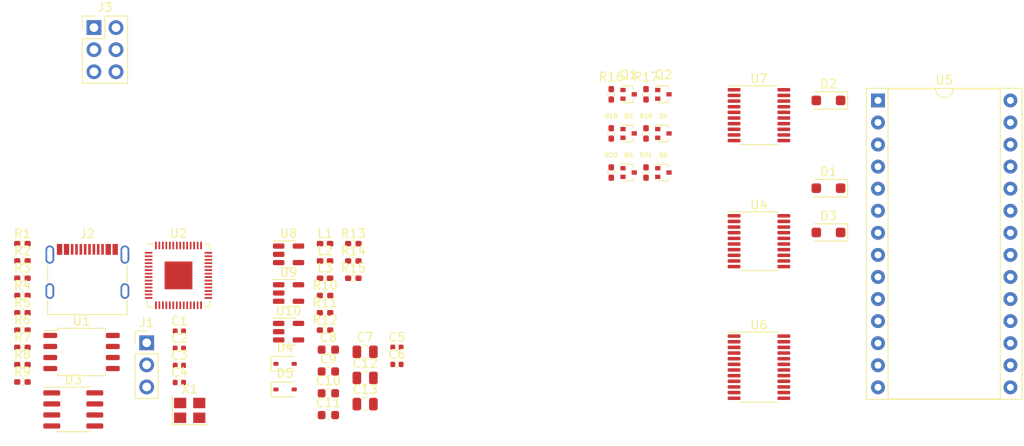
<source format=kicad_pcb>
(kicad_pcb (version 20221018) (generator pcbnew)
  (layers (0 "F.Cu" signal) (1 "In1.Cu" signal) (2 "In2.Cu" signal) (31 "B.Cu" signal) (34 "B.Paste" user) (35 "F.Paste" user) (36 "B.SilkS" user "B.Silkscreen") (37 "F.SilkS" user "F.Silkscreen") (38 "B.Mask" user) (39 "F.Mask" user) (44 "Edge.Cuts" user))
  (net 0 "")
  (net 1 "GND")
  (net 2 "+3V3")
  (net 3 "Net-(U8-FB)")
  (net 4 "VBUS")
  (net 5 "+3.3V")
  (net 6 "+5V")
  (net 7 "/Power generation/12V75")
  (net 8 "/EPROM and level shifters/Vdet")
  (net 9 "Net-(D1-A)")
  (net 10 "/EPROM and level shifters/VppA")
  (net 11 "Net-(D2-A)")
  (net 12 "/EPROM and level shifters/VppB")
  (net 13 "/EPROM and level shifters/~{OE}")
  (net 14 "Net-(D4-A)")
  (net 15 "Net-(D5-A)")
  (net 16 "Net-(J1-Pin_1)")
  (net 17 "Net-(J1-Pin_3)")
  (net 18 "Net-(J2-CC1)")
  (net 19 "Net-(J2-D+-PadA6)")
  (net 20 "Net-(J2-D--PadA7)")
  (net 21 "SBU1")
  (net 22 "Net-(J2-CC2)")
  (net 23 "Net-(U8-SW)")
  (net 24 "Net-(Q1-G)")
  (net 25 "Net-(Q3-G)")
  (net 26 "Net-(Q5-G)")
  (net 27 "/Power generation/5VEN")
  (net 28 "/Power generation/12V75EN")
  (net 29 "/Power generation/VppAEN")
  (net 30 "/Power generation/VppBEN")
  (net 31 "/Power generation/VdetEN")
  (net 32 "USB_DM")
  (net 33 "USB_DP")
  (net 34 "Net-(U9-FB)")
  (net 35 "Net-(U10-FB)")
  (net 36 "Net-(U2-VREG_VOUT)")
  (net 37 "Net-(U1-~{CS})")
  (net 38 "Net-(U1-DO(IO1))")
  (net 39 "Net-(U1-IO2)")
  (net 40 "Net-(U1-DI(IO0))")
  (net 41 "Net-(U1-CLK)")
  (net 42 "Net-(U1-IO3)")
  (net 43 "/EPROM and level shifters/A0")
  (net 44 "/EPROM and level shifters/A1")
  (net 45 "/EPROM and level shifters/A2")
  (net 46 "/EPROM and level shifters/A3")
  (net 47 "/EPROM and level shifters/A4")
  (net 48 "/EPROM and level shifters/A5")
  (net 49 "/EPROM and level shifters/A6")
  (net 50 "/EPROM and level shifters/A7")
  (net 51 "/EPROM and level shifters/D0")
  (net 52 "/EPROM and level shifters/D1")
  (net 53 "/EPROM and level shifters/D2")
  (net 54 "/EPROM and level shifters/D3")
  (net 55 "/EPROM and level shifters/D4")
  (net 56 "/EPROM and level shifters/D5")
  (net 57 "/EPROM and level shifters/D6")
  (net 58 "/EPROM and level shifters/D7")
  (net 59 "12MHz")
  (net 61 "~{RST}")
  (net 62 "/EPROM and level shifters/OE")
  (net 63 "/EPROM and level shifters/ALS")
  (net 64 "/EPROM and level shifters/AHS")
  (net 65 "SDA")
  (net 66 "SCL")
  (net 70 "Net-(U4-Q0)")
  (net 71 "Net-(U4-Q1)")
  (net 72 "Net-(U4-Q2)")
  (net 73 "Net-(U4-Q3)")
  (net 74 "Net-(U4-Q4)")
  (net 75 "Net-(U4-Q5)")
  (net 76 "Net-(U4-Q6)")
  (net 77 "Net-(U4-Q7)")
  (net 78 "Net-(U5-A12)")
  (net 79 "Net-(U5-D0)")
  (net 80 "Net-(U5-D1)")
  (net 81 "Net-(U5-D2)")
  (net 82 "Net-(U5-D3)")
  (net 83 "Net-(U5-D4)")
  (net 84 "Net-(U5-D5)")
  (net 85 "Net-(U5-D6)")
  (net 86 "Net-(U5-D7)")
  (net 87 "Net-(U5-A10)")
  (net 88 "Net-(U5-A11)")
  (net 89 "Net-(U5-A8)")
  (net 90 "Net-(U5-A13)")
  (net 91 "Net-(U5-A14)")
  (net 95 "Net-(Q1-D)")
  (net 96 "Net-(Q3-D)")
  (net 97 "Net-(Q5-D)")
  (footprint "Diode_SMD:D_SOD-123F" (layer "F.Cu") (at 157.5 51.4 180)
    (fp_text reference "D1" (at 0 1.905) (layer "F.SilkS"))
    (fp_text value "1N4007")
    (pad "1" smd roundrect (at -1.4 0 180) (size 1.1 1.1) (layers "F.Cu" "F.Paste" "F.Mask") (roundrect_rratio 0.2272727273) (net 8 "/EPROM and level shifters/Vdet"))
    (pad "2" smd roundrect (at 1.4 0 180) (size 1.1 1.1) (layers "F.Cu" "F.Paste" "F.Mask") (roundrect_rratio 0.2272727273) (net 9 "Net-(D1-A)"))
  )
  (footprint "Diode_SMD:D_SOD-123F" (layer "F.Cu") (at 157.5 56.5 180)
    (fp_text reference "D3" (at 0 1.905) (layer "F.SilkS"))
    (fp_text value "1N4007")
    (pad "1" smd roundrect (at -1.4 0 180) (size 1.1 1.1) (layers "F.Cu" "F.Paste" "F.Mask") (roundrect_rratio 0.2272727273) (net 12 "/EPROM and level shifters/VppB"))
    (pad "2" smd roundrect (at 1.4 0 180) (size 1.1 1.1) (layers "F.Cu" "F.Paste" "F.Mask") (roundrect_rratio 0.2272727273) (net 13 "/EPROM and level shifters/~{OE}"))
  )
  (footprint "Resistor_SMD:R_0402_1005Metric_Pad0.72x0.64mm_HandSolder" (layer "F.Cu") (at 64.7325 63.755)
    (fp_text reference "R4" (at 0 -1.17) (layer "F.SilkS"))
    (fp_text value "10K")
    (pad "1" smd roundrect (at -0.5975 0) (size 0.715 0.64) (layers "F.Cu" "F.Paste" "F.Mask") (net 30 "/Power generation/VppBEN"))
    (pad "2" smd roundrect (at 0.5975 0) (size 0.715 0.64) (layers "F.Cu" "F.Paste" "F.Mask") (net 1 "GND"))
  )
  (footprint "Package_TO_SOT_SMD:SOT-23-5" (layer "F.Cu") (at 95.3625 59.015)
    (fp_text reference "U8" (at 0 -2.4) (layer "F.SilkS"))
    (fp_text value "SY8079AAC")
    (pad "1" smd roundrect (at -1.1375 -0.95) (size 1.325 0.6) (layers "F.Cu" "F.Paste" "F.Mask") (net 4 "VBUS"))
    (pad "2" smd roundrect (at -1.1375 0) (size 1.325 0.6) (layers "F.Cu" "F.Paste" "F.Mask") (net 1 "GND"))
    (pad "3" smd roundrect (at -1.1375 0.95) (size 1.325 0.6) (layers "F.Cu" "F.Paste" "F.Mask") (net 23 "Net-(U8-SW)"))
    (pad "4" smd roundrect (at 1.1375 0.95) (size 1.325 0.6) (layers "F.Cu" "F.Paste" "F.Mask") (net 4 "VBUS"))
    (pad "5" smd roundrect (at 1.1375 -0.95) (size 1.325 0.6) (layers "F.Cu" "F.Paste" "F.Mask") (net 3 "Net-(U8-FB)"))
  )
  (footprint "Resistor_SMD:R_0402_1005Metric_Pad0.72x0.64mm_HandSolder" (layer "F.Cu") (at 102.8125 59.775)
    (fp_text reference "R14" (at 0 -1.17) (layer "F.SilkS"))
    (fp_text value "10k")
    (pad "1" smd roundrect (at -0.5975 0) (size 0.715 0.64) (layers "F.Cu" "F.Paste" "F.Mask") (net 1 "GND"))
    (pad "2" smd roundrect (at 0.5975 0) (size 0.715 0.64) (layers "F.Cu" "F.Paste" "F.Mask") (net 34 "Net-(U9-FB)"))
  )
  (footprint "Package_TO_SOT_SMD:SOT-416" (layer "F.Cu") (at 138.5 49.5975)
    (fp_text reference "Q6" (at 0 -2) (layer "F.SilkS") (effects (font (size 0.5 0.5) (thickness 0.1) bold)))
    (fp_text value "RE1C002ZPTL")
    (pad "1" smd rect (at -0.65 -0.5) (size 0.6 0.5) (layers "F.Cu" "F.Paste" "F.Mask") (net 97 "Net-(Q5-D)"))
    (pad "2" smd rect (at -0.65 0.5) (size 0.6 0.5) (layers "F.Cu" "F.Paste" "F.Mask") (net 7 "/Power generation/12V75"))
    (pad "3" smd rect (at 0.65 0) (size 0.6 0.5) (layers "F.Cu" "F.Paste" "F.Mask") (net 8 "/EPROM and level shifters/Vdet"))
  )
  (footprint "Resistor_SMD:R_0402_1005Metric_Pad0.72x0.64mm_HandSolder" (layer "F.Cu") (at 64.7325 67.735)
    (fp_text reference "R6" (at 0 -1.17) (layer "F.SilkS"))
    (fp_text value "5.1K")
    (pad "1" smd roundrect (at -0.5975 0) (size 0.715 0.64) (layers "F.Cu" "F.Paste" "F.Mask") (net 18 "Net-(J2-CC1)"))
    (pad "2" smd roundrect (at 0.5975 0) (size 0.715 0.64) (layers "F.Cu" "F.Paste" "F.Mask") (net 1 "GND"))
  )
  (footprint "Diode_SMD:D_SOD-323" (layer "F.Cu") (at 94.9575 74.565)
    (fp_text reference "D5" (at 0 -1.85) (layer "F.SilkS"))
    (fp_text value "1N5819WS")
    (pad "1" smd roundrect (at -1.05 0) (size 0.6 0.45) (layers "F.Cu" "F.Paste" "F.Mask") (net 7 "/Power generation/12V75"))
    (pad "2" smd roundrect (at 1.05 0) (size 0.6 0.45) (layers "F.Cu" "F.Paste" "F.Mask") (net 15 "Net-(D5-A)"))
  )
  (footprint "Package_SO:TSSOP-24_4.4x7.8mm_P0.65mm" (layer "F.Cu") (at 149.5 72)
    (fp_text reference "U6" (at 0 -4.85) (layer "F.SilkS"))
    (fp_text value "74LVC4245A-Q100")
    (pad "1" smd roundrect (at -2.8625 -3.575) (size 1.475 0.4) (layers "F.Cu" "F.Paste" "F.Mask") (net 6 "+5V"))
    (pad "2" smd roundrect (at -2.8625 -2.925) (size 1.475 0.4) (layers "F.Cu" "F.Paste" "F.Mask") (net 62 "/EPROM and level shifters/OE"))
    (pad "3" smd roundrect (at -2.8625 -2.275) (size 1.475 0.4) (layers "F.Cu" "F.Paste" "F.Mask") (net 79 "Net-(U5-D0)"))
    (pad "4" smd roundrect (at -2.8625 -1.625) (size 1.475 0.4) (layers "F.Cu" "F.Paste" "F.Mask") (net 80 "Net-(U5-D1)"))
    (pad "5" smd roundrect (at -2.8625 -0.975) (size 1.475 0.4) (layers "F.Cu" "F.Paste" "F.Mask") (net 81 "Net-(U5-D2)"))
    (pad "6" smd roundrect (at -2.8625 -0.325) (size 1.475 0.4) (layers "F.Cu" "F.Paste" "F.Mask") (net 82 "Net-(U5-D3)"))
    (pad "7" smd roundrect (at -2.8625 0.325) (size 1.475 0.4) (layers "F.Cu" "F.Paste" "F.Mask") (net 83 "Net-(U5-D4)"))
    (pad "8" smd roundrect (at -2.8625 0.975) (size 1.475 0.4) (layers "F.Cu" "F.Paste" "F.Mask") (net 84 "Net-(U5-D5)"))
    (pad "9" smd roundrect (at -2.8625 1.625) (size 1.475 0.4) (layers "F.Cu" "F.Paste" "F.Mask") (net 85 "Net-(U5-D6)"))
    (pad "10" smd roundrect (at -2.8625 2.275) (size 1.475 0.4) (layers "F.Cu" "F.Paste" "F.Mask") (net 86 "Net-(U5-D7)"))
    (pad "11" smd roundrect (at -2.8625 2.925) (size 1.475 0.4) (layers "F.Cu" "F.Paste" "F.Mask") (net 1 "GND"))
    (pad "12" smd roundrect (at -2.8625 3.575) (size 1.475 0.4) (layers "F.Cu" "F.Paste" "F.Mask") (net 1 "GND"))
    (pad "13" smd roundrect (at 2.8625 3.575) (size 1.475 0.4) (layers "F.Cu" "F.Paste" "F.Mask") (net 1 "GND"))
    (pad "14" smd roundrect (at 2.8625 2.925) (size 1.475 0.4) (layers "F.Cu" "F.Paste" "F.Mask") (net 58 "/EPROM and level shifters/D7"))
    (pad "15" smd roundrect (at 2.8625 2.275) (size 1.475 0.4) (layers "F.Cu" "F.Paste" "F.Mask") (net 57 "/EPROM and level shifters/D6"))
    (pad "16" smd roundrect (at 2.8625 1.625) (size 1.475 0.4) (layers "F.Cu" "F.Paste" "F.Mask") (net 56 "/EPROM and level shifters/D5"))
    (pad "17" smd roundrect (at 2.8625 0.975) (size 1.475 0.4) (layers "F.Cu" "F.Paste" "F.Mask") (net 55 "/EPROM and level shifters/D4"))
    (pad "18" smd roundrect (at 2.8625 0.325) (size 1.475 0.4) (layers "F.Cu" "F.Paste" "F.Mask") (net 54 "/EPROM and level shifters/D3"))
    (pad "19" smd roundrect (at 2.8625 -0.325) (size 1.475 0.4) (layers "F.Cu" "F.Paste" "F.Mask") (net 53 "/EPROM and level shifters/D2"))
    (pad "20" smd roundrect (at 2.8625 -0.975) (size 1.475 0.4) (layers "F.Cu" "F.Paste" "F.Mask") (net 52 "/EPROM and level shifters/D1"))
    (pad "21" smd roundrect (at 2.8625 -1.625) (size 1.475 0.4) (layers "F.Cu" "F.Paste" "F.Mask") (net 51 "/EPROM and level shifters/D0"))
    (pad "22" smd roundrect (at 2.8625 -2.275) (size 1.475 0.4) (layers "F.Cu" "F.Paste" "F.Mask") (net 1 "GND"))
    (pad "23" smd roundrect (at 2.8625 -2.925) (size 1.475 0.4) (layers "F.Cu" "F.Paste" "F.Mask") (net 2 "+3V3"))
    (pad "24" smd roundrect (at 2.8625 -3.575) (size 1.475 0.4) (layers "F.Cu" "F.Paste" "F.Mask") (net 2 "+3V3"))
  )
  (footprint "Resistor_SMD:R_0402_1005Metric_Pad0.72x0.64mm_HandSolder" (layer "F.Cu") (at 132.5 40.5975 90)
    (fp_text reference "R16" (at 2 0 180) (layer "F.SilkS"))
    (fp_text value "100R")
    (pad "1" smd roundrect (at -0.5975 0 90) (size 0.715 0.64) (layers "F.Cu" "F.Paste" "F.Mask") (net 29 "/Power generation/VppAEN"))
    (pad "2" smd roundrect (at 0.5975 0 90) (size 0.715 0.64) (layers "F.Cu" "F.Paste" "F.Mask") (net 24 "Net-(Q1-G)"))
  )
  (footprint "Package_TO_SOT_SMD:SOT-416" (layer "F.Cu") (at 138.5 40.5975)
    (fp_text reference "Q2" (at 0 -2.25) (layer "F.SilkS"))
    (fp_text value "RE1C002ZPTL")
    (pad "1" smd rect (at -0.65 -0.5) (size 0.6 0.5) (layers "F.Cu" "F.Paste" "F.Mask") (net 95 "Net-(Q1-D)"))
    (pad "2" smd rect (at -0.65 0.5) (size 0.6 0.5) (layers "F.Cu" "F.Paste" "F.Mask") (net 7 "/Power generation/12V75"))
    (pad "3" smd rect (at 0.65 0) (size 0.6 0.5) (layers "F.Cu" "F.Paste" "F.Mask") (net 10 "/EPROM and level shifters/VppA"))
  )
  (footprint "Resistor_SMD:R_0402_1005Metric_Pad0.72x0.64mm_HandSolder" (layer "F.Cu") (at 64.7325 61.765)
    (fp_text reference "R3" (at 0 -1.17) (layer "F.SilkS"))
    (fp_text value "10K")
    (pad "1" smd roundrect (at -0.5975 0) (size 0.715 0.64) (layers "F.Cu" "F.Paste" "F.Mask") (net 29 "/Power generation/VppAEN"))
    (pad "2" smd roundrect (at 0.5975 0) (size 0.715 0.64) (layers "F.Cu" "F.Paste" "F.Mask") (net 1 "GND"))
  )
  (footprint "Package_TO_SOT_SMD:SOT-23-5" (layer "F.Cu") (at 95.3625 63.465)
    (fp_text reference "U9" (at 0 -2.4) (layer "F.SilkS"))
    (fp_text value "AP3012")
    (pad "1" smd roundrect (at -1.1375 -0.95) (size 1.325 0.6) (layers "F.Cu" "F.Paste" "F.Mask") (net 14 "Net-(D4-A)"))
    (pad "2" smd roundrect (at -1.1375 0) (size 1.325 0.6) (layers "F.Cu" "F.Paste" "F.Mask") (net 1 "GND"))
    (pad "3" smd roundrect (at -1.1375 0.95) (size 1.325 0.6) (layers "F.Cu" "F.Paste" "F.Mask") (net 34 "Net-(U9-FB)"))
    (pad "4" smd roundrect (at 1.1375 0.95) (size 1.325 0.6) (layers "F.Cu" "F.Paste" "F.Mask") (net 27 "/Power generation/5VEN"))
    (pad "5" smd roundrect (at 1.1375 -0.95) (size 1.325 0.6) (layers "F.Cu" "F.Paste" "F.Mask") (net 5 "+3.3V"))
  )
  (footprint "Package_DIP:DIP-28_W15.24mm_Socket" (layer "F.Cu") (at 163.2 41.3)
    (fp_text reference "U5" (at 7.62 -2.33) (layer "F.SilkS"))
    (fp_text value "multi_eprom")
    (pad "1" thru_hole rect (at 0 0) (size 1.6 1.6) (drill 0.8) (layers "*.Cu" "*.Mask") (net 10 "/EPROM and level shifters/VppA"))
    (pad "2" thru_hole oval (at 0 2.54) (size 1.6 1.6) (drill 0.8) (layers "*.Cu" "*.Mask") (net 78 "Net-(U5-A12)"))
    (pad "3" thru_hole oval (at 0 5.08) (size 1.6 1.6) (drill 0.8) (layers "*.Cu" "*.Mask") (net 77 "Net-(U4-Q7)"))
    (pad "4" thru_hole oval (at 0 7.62) (size 1.6 1.6) (drill 0.8) (layers "*.Cu" "*.Mask") (net 76 "Net-(U4-Q6)"))
    (pad "5" thru_hole oval (at 0 10.16) (size 1.6 1.6) (drill 0.8) (layers "*.Cu" "*.Mask") (net 75 "Net-(U4-Q5)"))
    (pad "6" thru_hole oval (at 0 12.7) (size 1.6 1.6) (drill 0.8) (layers "*.Cu" "*.Mask") (net 74 "Net-(U4-Q4)"))
    (pad "7" thru_hole oval (at 0 15.24) (size 1.6 1.6) (drill 0.8) (layers "*.Cu" "*.Mask") (net 73 "Net-(U4-Q3)"))
    (pad "8" thru_hole oval (at 0 17.78) (size 1.6 1.6) (drill 0.8) (layers "*.Cu" "*.Mask") (net 72 "Net-(U4-Q2)"))
    (pad "9" thru_hole oval (at 0 20.32) (size 1.6 1.6) (drill 0.8) (layers "*.Cu" "*.Mask") (net 71 "Net-(U4-Q1)"))
    (pad "10" thru_hole oval (at 0 22.86) (size 1.6 1.6) (drill 0.8) (layers "*.Cu" "*.Mask") (net 70 "Net-(U4-Q0)"))
    (pad "11" thru_hole oval (at 0 25.4) (size 1.6 1.6) (drill 0.8) (layers "*.Cu" "*.Mask") (net 79 "Net-(U5-D0)"))
    (pad "12" thru_hole oval (at 0 27.94) (size 1.6 1.6) (drill 0.8) (layers "*.Cu" "*.Mask") (net 80 "Net-(U5-D1)"))
    (pad "13" thru_hole oval (at 0 30.48) (size 1.6 1.6) (drill 0.8) (layers "*.Cu" "*.Mask") (net 81 "Net-(U5-D2)"))
    (pad "14" thru_hole oval (at 0 33.02) (size 1.6 1.6) (drill 0.8) (layers "*.Cu" "*.Mask") (net 1 "GND"))
    (pad "15" thru_hole oval (at 15.24 33.02) (size 1.6 1.6) (drill 0.8) (layers "*.Cu" "*.Mask") (net 82 "Net-(U5-D3)"))
    (pad "16" thru_hole oval (at 15.24 30.48) (size 1.6 1.6) (drill 0.8) (layers "*.Cu" "*.Mask") (net 83 "Net-(U5-D4)"))
    (pad "17" thru_hole oval (at 15.24 27.94) (size 1.6 1.6) (drill 0.8) (layers "*.Cu" "*.Mask") (net 84 "Net-(U5-D5)"))
    (pad "18" thru_hole oval (at 15.24 25.4) (size 1.6 1.6) (drill 0.8) (layers "*.Cu" "*.Mask") (net 85 "Net-(U5-D6)"))
    (pad "19" thru_hole oval (at 15.24 22.86) (size 1.6 1.6) (drill 0.8) (layers "*.Cu" "*.Mask") (net 86 "Net-(U5-D7)"))
    (pad "20" thru_hole oval (at 15.24 20.32) (size 1.6 1.6) (drill 0.8) (layers "*.Cu" "*.Mask") (net 1 "GND"))
    (pad "21" thru_hole oval (at 15.24 17.78) (size 1.6 1.6) (drill 0.8) (layers "*.Cu" "*.Mask") (net 87 "Net-(U5-A10)"))
    (pad "22" thru_hole oval (at 15.24 15.24) (size 1.6 1.6) (drill 0.8) (layers "*.Cu" "*.Mask") (net 12 "/EPROM and level shifters/VppB"))
    (pad "23" thru_hole oval (at 15.24 12.7) (size 1.6 1.6) (drill 0.8) (layers "*.Cu" "*.Mask") (net 88 "Net-(U5-A11)"))
    (pad "24" thru_hole oval (at 15.24 10.16) (size 1.6 1.6) (drill 0.8) (layers "*.Cu" "*.Mask") (net 8 "/EPROM and level shifters/Vdet"))
    (pad "25" thru_hole oval (at 15.24 7.62) (size 1.6 1.6) (drill 0.8) (layers "*.Cu" "*.Mask") (net 89 "Net-(U5-A8)"))
    (pad "26" thru_hole oval (at 15.24 5.08) (size 1.6 1.6) (drill 0.8) (layers "*.Cu" "*.Mask") (net 90 "Net-(U5-A13)"))
    (pad "27" thru_hole oval (at 15.24 2.54) (size 1.6 1.6) (drill 0.8) (layers "*.Cu" "*.Mask") (net 91 "Net-(U5-A14)"))
    (pad "28" thru_hole oval (at 15.24 0) (size 1.6 1.6) (drill 0.8) (layers "*.Cu" "*.Mask") (net 6 "+5V"))
  )
  (footprint "Package_SO:SOIC-8_5.23x5.23mm_P1.27mm" (layer "F.Cu") (at 71.5325 70.255)
    (fp_text reference "U1" (at 0 -3.56) (layer "F.SilkS"))
    (fp_text value "W25Q128JVS")
    (pad "1" smd roundrect (at -3.6 -1.905) (size 1.6 0.6) (layers "F.Cu" "F.Paste" "F.Mask") (net 37 "Net-(U1-~{CS})"))
    (pad "2" smd roundrect (at -3.6 -0.635) (size 1.6 0.6) (layers "F.Cu" "F.Paste" "F.Mask") (net 38 "Net-(U1-DO(IO1))"))
    (pad "3" smd roundrect (at -3.6 0.635) (size 1.6 0.6) (layers "F.Cu" "F.Paste" "F.Mask") (net 39 "Net-(U1-IO2)"))
    (pad "4" smd roundrect (at -3.6 1.905) (size 1.6 0.6) (layers "F.Cu" "F.Paste" "F.Mask") (net 1 "GND"))
    (pad "5" smd roundrect (at 3.6 1.905) (size 1.6 0.6) (layers "F.Cu" "F.Paste" "F.Mask") (net 40 "Net-(U1-DI(IO0))"))
    (pad "6" smd roundrect (at 3.6 0.635) (size 1.6 0.6) (layers "F.Cu" "F.Paste" "F.Mask") (net 41 "Net-(U1-CLK)"))
    (pad "7" smd roundrect (at 3.6 -0.635) (size 1.6 0.6) (layers "F.Cu" "F.Paste" "F.Mask") (net 42 "Net-(U1-IO3)"))
    (pad "8" smd roundrect (at 3.6 -1.905) (size 1.6 0.6) (layers "F.Cu" "F.Paste" "F.Mask") (net 2 "+3V3"))
  )
  (footprint "Package_TO_SOT_SMD:SOT-23-5" (layer "F.Cu") (at 95.3625 67.915)
    (fp_text reference "U10" (at 0 -2.4) (layer "F.SilkS"))
    (fp_text value "AP3012")
    (pad "1" smd roundrect (at -1.1375 -0.95) (size 1.325 0.6) (layers "F.Cu" "F.Paste" "F.Mask") (net 15 "Net-(D5-A)"))
    (pad "2" smd roundrect (at -1.1375 0) (size 1.325 0.6) (layers "F.Cu" "F.Paste" "F.Mask") (net 1 "GND"))
    (pad "3" smd roundrect (at -1.1375 0.95) (size 1.325 0.6) (layers "F.Cu" "F.Paste" "F.Mask") (net 35 "Net-(U10-FB)"))
    (pad "4" smd roundrect (at 1.1375 0.95) (size 1.325 0.6) (layers "F.Cu" "F.Paste" "F.Mask") (net 28 "/Power generation/12V75EN"))
    (pad "5" smd roundrect (at 1.1375 -0.95) (size 1.325 0.6) (layers "F.Cu" "F.Paste" "F.Mask") (net 5 "+3.3V"))
  )
  (footprint "Capacitor_SMD:C_0402_1005Metric" (layer "F.Cu") (at 82.7925 73.765)
    (fp_text reference "C4" (at 0 -1.16) (layer "F.SilkS"))
    (fp_text value "100n")
    (pad "1" smd roundrect (at -0.48 0) (size 0.56 0.62) (layers "F.Cu" "F.Paste" "F.Mask") (net 1 "GND"))
    (pad "2" smd roundrect (at 0.48 0) (size 0.56 0.62) (layers "F.Cu" "F.Paste" "F.Mask") (net 2 "+3V3"))
  )
  (footprint "Inductor_SMD:L_0402_1005Metric_Pad0.77x0.64mm_HandSolder" (layer "F.Cu") (at 99.5625 59.775)
    (fp_text reference "L2" (at 0 -1.17) (layer "F.SilkS"))
    (fp_text value "10u")
    (pad "1" smd roundrect (at -0.5725 0) (size 0.765 0.64) (layers "F.Cu" "F.Paste" "F.Mask") (net 5 "+3.3V"))
    (pad "2" smd roundrect (at 0.5725 0) (size 0.765 0.64) (layers "F.Cu" "F.Paste" "F.Mask") (net 14 "Net-(D4-A)"))
  )
  (footprint "Package_DFN_QFN:QFN-56-1EP_7x7mm_P0.4mm_EP3.2x3.2mm" (layer "F.Cu") (at 82.6925 61.435)
    (fp_text reference "U2" (at 0 -4.82) (layer "F.SilkS"))
    (fp_text value "RP2040")
    (pad "1" smd roundrect (at -3.4375 -2.6) (size 0.875 0.2) (layers "F.Cu" "F.Paste" "F.Mask") (net 2 "+3V3"))
    (pad "2" smd roundrect (at -3.4375 -2.2) (size 0.875 0.2) (layers "F.Cu" "F.Paste" "F.Mask") (net 43 "/EPROM and level shifters/A0"))
    (pad "3" smd roundrect (at -3.4375 -1.8) (size 0.875 0.2) (layers "F.Cu" "F.Paste" "F.Mask") (net 44 "/EPROM and level shifters/A1"))
    (pad "4" smd roundrect (at -3.4375 -1.4) (size 0.875 0.2) (layers "F.Cu" "F.Paste" "F.Mask") (net 45 "/EPROM and level shifters/A2"))
    (pad "5" smd roundrect (at -3.4375 -1) (size 0.875 0.2) (layers "F.Cu" "F.Paste" "F.Mask") (net 46 "/EPROM and level shifters/A3"))
    (pad "6" smd roundrect (at -3.4375 -0.6) (size 0.875 0.2) (layers "F.Cu" "F.Paste" "F.Mask") (net 47 "/EPROM and level shifters/A4"))
    (pad "7" smd roundrect (at -3.4375 -0.2) (size 0.875 0.2) (layers "F.Cu" "F.Paste" "F.Mask") (net 48 "/EPROM and level shifters/A5"))
    (pad "8" smd roundrect (at -3.4375 0.2) (size 0.875 0.2) (layers "F.Cu" "F.Paste" "F.Mask") (net 49 "/EPROM and level shifters/A6"))
    (pad "9" smd roundrect (at -3.4375 0.6) (size 0.875 0.2) (layers "F.Cu" "F.Paste" "F.Mask") (net 50 "/EPROM and level shifters/A7"))
    (pad "10" smd roundrect (at -3.4375 1) (size 0.875 0.2) (layers "F.Cu" "F.Paste" "F.Mask") (net 2 "+3V3"))
    (pad "11" smd roundrect (at -3.4375 1.4) (size 0.875 0.2) (layers "F.Cu" "F.Paste" "F.Mask") (net 51 "/EPROM and level shifters/D0"))
    (pad "12" smd roundrect (at -3.4375 1.8) (size 0.875 0.2) (layers "F.Cu" "F.Paste" "F.Mask") (net 52 "/EPROM and level shifters/D1"))
    (pad "13" smd roundrect (at -3.4375 2.2) (size 0.875 0.2) (layers "F.Cu" "F.Paste" "F.Mask") (net 53 "/EPROM and level shifters/D2"))
    (pad "14" smd roundrect (at -3.4375 2.6) (size 0.875 0.2) (layers "F.Cu" "F.Paste" "F.Mask") (net 54 "/EPROM and level shifters/D3"))
    (pad "15" smd roundrect (at -2.6 3.4375) (size 0.2 0.875) (layers "F.Cu" "F.Paste" "F.Mask") (net 55 "/EPROM and level shifters/D4"))
    (pad "16" smd roundrect (at -2.2 3.4375) (size 0.2 0.875) (layers "F.Cu" "F.Paste" "F.Mask") (net 56 "/EPROM and level shifters/D5"))
    (pad "17" smd roundrect (at -1.8 3.4375) (size 0.2 0.875) (layers "F.Cu" "F.Paste" "F.Mask") (net 57 "/EPROM and level shifters/D6"))
    (pad "18" smd roundrect (at -1.4 3.4375) (size 0.2 0.875) (layers "F.Cu" "F.Paste" "F.Mask") (net 58 "/EPROM and level shifters/D7"))
    (pad "19" smd roundrect (at -1 3.4375) (size 0.2 0.875) (layers "F.Cu" "F.Paste" "F.Mask") (net 1 "GND"))
    (pad "20" smd roundrect (at -0.6 3.4375) (size 0.2 0.875) (layers "F.Cu" "F.Paste" "F.Mask") (net 59 "12MHz"))
    (pad "21" smd roundrect (at -0.2 3.4375) (size 0.2 0.875) (layers "F.Cu" "F.Paste" "F.Mask"))
    (pad "22" smd roundrect (at 0.2 3.4375) (size 0.2 0.875) (layers "F.Cu" "F.Paste" "F.Mask") (net 2 "+3V3"))
    (pad "23" smd roundrect (at 0.6 3.4375) (size 0.2 0.875) (layers "F.Cu" "F.Paste" "F.Mask") (net 36 "Net-(U2-VREG_VOUT)"))
    (pad "24" smd roundrect (at 1 3.4375) (size 0.2 0.875) (layers "F.Cu" "F.Paste" "F.Mask") (net 17 "Net-(J1-Pin_3)"))
    (pad "25" smd roundrect (at 1.4 3.4375) (size 0.2 0.875) (layers "F.Cu" "F.Paste" "F.Mask") (net 16 "Net-(J1-Pin_1)"))
    (pad "26" smd roundrect (at 1.8 3.4375) (size 0.2 0.875) (layers "F.Cu" "F.Paste" "F.Mask") (net 61 "~{RST}"))
    (pad "27" smd roundrect (at 2.2 3.4375) (size 0.2 0.875) (layers "F.Cu" "F.Paste" "F.Mask") (net 62 "/EPROM and level shifters/OE"))
    (pad "28" smd roundrect (at 2.6 3.4375) (size 0.2 0.875) (layers "F.Cu" "F.Paste" "F.Mask") (net 13 "/EPROM and level shifters/~{OE}"))
    (pad "29" smd roundrect (at 3.4375 2.6) (size 0.875 0.2) (layers "F.Cu" "F.Paste" "F.Mask") (net 63 "/EPROM and level shifters/ALS"))
    (pad "30" smd roundrect (at 3.4375 2.2) (size 0.875 0.2) (layers "F.Cu" "F.Paste" "F.Mask") (net 64 "/EPROM and level shifters/AHS"))
    (pad "31" smd roundrect (at 3.4375 1.8) (size 0.875 0.2) (layers "F.Cu" "F.Paste" "F.Mask") (net 65 "SDA"))
    (pad "32" smd roundrect (at 3.4375 1.4) (size 0.875 0.2) (layers "F.Cu" "F.Paste" "F.Mask") (net 66 "SCL"))
    (pad "33" smd roundrect (at 3.4375 1) (size 0.875 0.2) (layers "F.Cu" "F.Paste" "F.Mask") (net 2 "+3V3"))
    (pad "34" smd roundrect (at 3.4375 0.6) (size 0.875 0.2) (layers "F.Cu" "F.Paste" "F.Mask") (net 27 "/Power generation/5VEN"))
    (pad "35" smd roundrect (at 3.4375 0.2) (size 0.875 0.2) (layers "F.Cu" "F.Paste" "F.Mask") (net 28 "/Power generation/12V75EN"))
    (pad "36" smd roundrect (at 3.4375 -0.2) (size 0.875 0.2) (layers "F.Cu" "F.Paste" "F.Mask") (net 29 "/Power generation/VppAEN"))
    (pad "37" smd roundrect (at 3.4375 -0.6) (size 0.875 0.2) (layers "F.Cu" "F.Paste" "F.Mask") (net 30 "/Power generation/VppBEN"))
    (pad "38" smd roundrect (at 3.4375 -1) (size 0.875 0.2) (layers "F.Cu" "F.Paste" "F.Mask") (net 31 "/Power generation/VdetEN"))
    (pad "39" smd roundrect (at 3.4375 -1.4) (size 0.875 0.2) (layers "F.Cu" "F.Paste" "F.Mask"))
    (pad "40" smd roundrect (at 3.4375 -1.8) (size 0.875 0.2) (layers "F.Cu" "F.Paste" "F.Mask"))
    (pad "41" smd roundrect (at 3.4375 -2.2) (size 0.875 0.2) (layers "F.Cu" "F.Paste" "F.Mask"))
    (pad "42" smd roundrect (at 3.4375 -2.6) (size 0.875 0.2) (layers "F.Cu" "F.Paste" "F.Mask") (net 2 "+3V3"))
    (pad "43" smd roundrect (at 2.6 -3.4375) (size 0.2 0.875) (layers "F.Cu" "F.Paste" "F.Mask") (net 2 "+3V3"))
    (pad "44" smd roundrect (at 2.2 -3.4375) (size 0.2 0.875) (layers "F.Cu" "F.Paste" "F.Mask") (net 2 "+3V3"))
    (pad "45" smd roundrect (at 1.8 -3.4375) (size 0.2 0.875) (layers "F.Cu" "F.Paste" "F.Mask") (net 36 "Net-(U2-VREG_VOUT)"))
    (pad "46" smd roundrect (at 1.4 -3.4375) (size 0.2 0.875) (layers "F.Cu" "F.Paste" "F.Mask") (net 32 "USB_DM"))
    (pad "47" smd roundrect (at 1 -3.4375) (size 0.2 0.875) (layers "F.Cu" "F.Paste" "F.Mask") (net 33 "USB_DP"))
    (pad "48" smd roundrect (at 0.6 -3.4375) (size 0.2 0.875) (layers "F.Cu" "F.Paste" "F.Mask") (net 2 "+3V3"))
    (pad "49" smd roundrect (at 0.2 -3.4375) (size 0.2 0.875) (layers "F.Cu" "F.Paste" "F.Mask") (net 2 "+3V3"))
    (pad "50" smd roundrect (at -0.2 -3.4375) (size 0.2 0.875) (layers "F.Cu" "F.Paste" "F.Mask") (net 36 "Net-(U2-VREG_VOUT)"))
    (pad "51" smd roundrect (at -0.6 -3.4375) (size 0.2 0.875) (layers "F.Cu" "F.Paste" "F.Mask") (net 42 "Net-(U1-IO3)"))
    (pad "52" smd roundrect (at -1 -3.4375) (size 0.2 0.875) (layers "F.Cu" "F.Paste" "F.Mask") (net 41 "Net-(U1-CLK)"))
    (pad "53" smd roundrect (at -1.4 -3.4375) (size 0.2 0.875) (layers "F.Cu" "F.Paste" "F.Mask") (net 40 "Net-(U1-DI(IO0))"))
    (pad "54" smd roundrect (at -1.8 -3.4375) (size 0.2 0.875) (layers "F.Cu" "F.Paste" "F.Mask") (net 39 "Net-(U1-IO2)"))
    (pad "55" smd roundrect (at -2.2 -3.4375) (size 0.2 0.875) (layers "F.Cu" "F.Paste" "F.Mask") (net 38 "Net-(U1-DO(IO1))"))
    (pad "56" smd roundrect (at -2.6 -3.4375) (size 0.2 0.875) (layers "F.Cu" "F.Paste" "F.Mask") (net 37 "Net-(U1-~{CS})"))
    (pad "57" smd rect (at 0 0) (size 3.2 3.2) (layers "F.Cu" "F.Mask") (net 1 "GND"))
  )
  (footprint "Resistor_SMD:R_0402_1005Metric_Pad0.72x0.64mm_HandSolder" (layer "F.Cu") (at 132.5 49.5975 90)
    (fp_text reference "R20" (at 2 0 180) (layer "F.SilkS") (effects (font (size 0.5 0.5) (thickness 0.1))))
    (fp_text value "100R")
    (pad "1" smd roundrect (at -0.5975 0 90) (size 0.715 0.64) (layers "F.Cu" "F.Paste" "F.Mask") (net 31 "/Power generation/VdetEN"))
    (pad "2" smd roundrect (at 0.5975 0 90) (size 0.715 0.64) (layers "F.Cu" "F.Paste" "F.Mask") (net 26 "Net-(Q5-G)"))
  )
  (footprint "Capacitor_SMD:C_0603_1608Metric" (layer "F.Cu") (at 99.9425 72.495)
    (fp_text reference "C9" (at 0 -1.43) (layer "F.SilkS"))
    (fp_text value "1u")
    (pad "1" smd roundrect (at -0.775 0) (size 0.9 0.95) (layers "F.Cu" "F.Paste" "F.Mask") (net 1 "GND"))
    (pad "2" smd roundrect (at 0.775 0) (size 0.9 0.95) (layers "F.Cu" "F.Paste" "F.Mask") (net 6 "+5V"))
  )
  (footprint "Capacitor_SMD:C_0805_2012Metric" (layer "F.Cu") (at 104.1725 70.235)
    (fp_text reference "C7" (at 0 -1.68) (layer "F.SilkS"))
    (fp_text value "22u")
    (pad "1" smd roundrect (at -0.95 0) (size 1 1.45) (layers "F.Cu" "F.Paste" "F.Mask") (net 4 "VBUS"))
    (pad "2" smd roundrect (at 0.95 0) (size 1 1.45) (layers "F.Cu" "F.Paste" "F.Mask") (net 1 "GND"))
  )
  (footprint "Capacitor_SMD:C_0603_1608Metric" (layer "F.Cu") (at 99.9425 77.515)
    (fp_text reference "C11" (at 0 -1.43) (layer "F.SilkS"))
    (fp_text value "1u")
    (pad "1" smd roundrect (at -0.775 0) (size 0.9 0.95) (layers "F.Cu" "F.Paste" "F.Mask") (net 1 "GND"))
    (pad "2" smd roundrect (at 0.775 0) (size 0.9 0.95) (layers "F.Cu" "F.Paste" "F.Mask") (net 7 "/Power generation/12V75"))
  )
  (footprint "Resistor_SMD:R_0402_1005Metric_Pad0.72x0.64mm_HandSolder" (layer "F.Cu") (at 64.7325 65.745)
    (fp_text reference "R5" (at 0 -1.17) (layer "F.SilkS"))
    (fp_text value "10K")
    (pad "1" smd roundrect (at -0.5975 0) (size 0.715 0.64) (layers "F.Cu" "F.Paste" "F.Mask") (net 31 "/Power generation/VdetEN"))
    (pad "2" smd roundrect (at 0.5975 0) (size 0.715 0.64) (layers "F.Cu" "F.Paste" "F.Mask") (net 1 "GND"))
  )
  (footprint "Package_TO_SOT_SMD:SOT-416" (layer "F.Cu") (at 134.5 40.5975)
    (fp_text reference "Q1" (at 0 -2.25) (layer "F.SilkS"))
    (fp_text value "RE1C002UNTCL")
    (pad "1" smd rect (at -0.65 -0.5) (size 0.6 0.5) (layers "F.Cu" "F.Paste" "F.Mask") (net 24 "Net-(Q1-G)"))
    (pad "2" smd rect (at -0.65 0.5) (size 0.6 0.5) (layers "F.Cu" "F.Paste" "F.Mask") (net 1 "GND"))
    (pad "3" smd rect (at 0.65 0) (size 0.6 0.5) (layers "F.Cu" "F.Paste" "F.Mask") (net 95 "Net-(Q1-D)"))
  )
  (footprint "Resistor_SMD:R_0402_1005Metric_Pad0.72x0.64mm_HandSolder" (layer "F.Cu") (at 64.7325 69.725)
    (fp_text reference "R7" (at 0 -1.17) (layer "F.SilkS"))
    (fp_text value "5.1K")
    (pad "1" smd roundrect (at -0.5975 0) (size 0.715 0.64) (layers "F.Cu" "F.Paste" "F.Mask") (net 22 "Net-(J2-CC2)"))
    (pad "2" smd roundrect (at 0.5975 0) (size 0.715 0.64) (layers "F.Cu" "F.Paste" "F.Mask") (net 1 "GND"))
  )
  (footprint "Package_SO:SOIC-8_3.9x4.9mm_P1.27mm" (layer "F.Cu") (at 70.5825 76.865)
    (fp_text reference "U3" (at 0 -3.4) (layer "F.SilkS"))
    (fp_text value "24LC00")
    (pad "1" smd roundrect (at -2.475 -1.905) (size 1.95 0.6) (layers "F.Cu" "F.Paste" "F.Mask") (net 1 "GND"))
    (pad "2" smd roundrect (at -2.475 -0.635) (size 1.95 0.6) (layers "F.Cu" "F.Paste" "F.Mask") (net 1 "GND"))
    (pad "3" smd roundrect (at -2.475 0.635) (size 1.95 0.6) (layers "F.Cu" "F.Paste" "F.Mask") (net 1 "GND"))
    (pad "4" smd roundrect (at -2.475 1.905) (size 1.95 0.6) (layers "F.Cu" "F.Paste" "F.Mask") (net 1 "GND"))
    (pad "5" smd roundrect (at 2.475 1.905) (size 1.95 0.6) (layers "F.Cu" "F.Paste" "F.Mask") (net 65 "SDA"))
    (pad "6" smd roundrect (at 2.475 0.635) (size 1.95 0.6) (layers "F.Cu" "F.Paste" "F.Mask") (net 66 "SCL"))
    (pad "7" smd roundrect (at 2.475 -0.635) (size 1.95 0.6) (layers "F.Cu" "F.Paste" "F.Mask") (net 1 "GND"))
    (pad "8" smd roundrect (at 2.475 -1.905) (size 1.95 0.6) (layers "F.Cu" "F.Paste" "F.Mask") (net 2 "+3V3"))
  )
  (footprint "Capacitor_SMD:C_0805_2012Metric" (layer "F.Cu") (at 104.1725 73.245)
    (fp_text reference "C12" (at 0 -1.68) (layer "F.SilkS"))
    (fp_text value "22u")
    (pad "1" smd roundrect (at -0.95 0) (size 1 1.45) (layers "F.Cu" "F.Paste" "F.Mask") (net 2 "+3V3"))
    (pad "2" smd roundrect (at 0.95 0) (size 1 1.45) (layers "F.Cu" "F.Paste" "F.Mask") (net 1 "GND"))
  )
  (footprint "Package_SO:TSSOP-20_4.4x6.5mm_P0.65mm" (layer "F.Cu") (at 149.5 43)
    (fp_text reference "U7" (at 0 -4.2) (layer "F.SilkS"))
    (fp_text value "74HC273")
    (pad "1" smd roundrect (at -2.8625 -2.925) (size 1.475 0.4) (layers "F.Cu" "F.Paste" "F.Mask") (net 2 "+3V3"))
    (pad "2" smd roundrect (at -2.8625 -2.275) (size 1.475 0.4) (layers "F.Cu" "F.Paste" "F.Mask") (net 89 "Net-(U5-A8)"))
    (pad "3" smd roundrect (at -2.8625 -1.625) (size 1.475 0.4) (layers "F.Cu" "F.Paste" "F.Mask") (net 43 "/EPROM and level shifters/A0"))
    (pad "4" smd roundrect (at -2.8625 -0.975) (size 1.475 0.4) (layers "F.Cu" "F.Paste" "F.Mask") (net 44 "/EPROM and level shifters/A1"))
    (pad "5" smd roundrect (at -2.8625 -0.325) (size 1.475 0.4) (layers "F.Cu" "F.Paste" "F.Mask") (net 9 "Net-(D1-A)"))
    (pad "6" smd roundrect (at -2.8625 0.325) (size 1.475 0.4) (layers "F.Cu" "F.Paste" "F.Mask") (net 87 "Net-(U5-A10)"))
    (pad "7" smd roundrect (at -2.8625 0.975) (size 1.475 0.4) (layers "F.Cu" "F.Paste" "F.Mask") (net 45 "/EPROM and level shifters/A2"))
    (pad "8" smd roundrect (at -2.8625 1.625) (size 1.475 0.4) (layers "F.Cu" "F.Paste" "F.Mask") (net 46 "/EPROM and level shifters/A3"))
    (pad "9" smd roundrect (at -2.8625 2.275) (size 1.475 0.4) (layers "F.Cu" "F.Paste" "F.Mask") (net 88 "Net-(U5-A11)"))
    (pad "10" smd roundrect (at -2.8625 2.925) (size 1.475 0.4) (layers "F.Cu" "F.Paste" "F.Mask") (net 1 "GND"))
    (pad "11" smd roundrect (at 2.8625 2.925) (size 1.475 0.4) (layers "F.Cu" "F.Paste" "F.Mask") (net 64 "/EPROM and level shifters/AHS"))
    (pad "12" smd roundrect (at 2.8625 2.275) (size 1.475 0.4) (layers "F.Cu" "F.Paste" "F.Mask") (net 78 "Net-(U5-A12)"))
    (pad "13" smd roundrect (at 2.8625 1.625) (size 1.475 0.4) (layers "F.Cu" "F.Paste" "F.Mask") (net 47 "/EPROM and level shifters/A4"))
    (pad "14" smd roundrect (at 2.8625 0.975) (size 1.475 0.4) (layers "F.Cu" "F.Paste" "F.Mask") (net 48 "/EPROM and level shifters/A5"))
    (pad "15" smd roundrect (at 2.8625 0.325) (size 1.475 0.4) (layers "F.Cu" "F.Paste" "F.Mask") (net 90 "Net-(U5-A13)"))
    (pad "16" smd roundrect (at 2.8625 -0.325) (size 1.475 0.4) (layers "F.Cu" "F.Paste" "F.Mask") (net 91 "Net-(U5-A14)"))
    (pad "17" smd roundrect (at 2.8625 -0.975) (size 1.475 0.4) (layers "F.Cu" "F.Paste" "F.Mask") (net 49 "/EPROM and level shifters/A6"))
    (pad "18" smd roundrect (at 2.8625 -1.625) (size 1.475 0.4) (layers "F.Cu" "F.Paste" "F.Mask") (net 50 "/EPROM and level shifters/A7"))
    (pad "19" smd roundrect (at 2.8625 -2.275) (size 1.475 0.4) (layers "F.Cu" "F.Paste" "F.Mask") (net 11 "Net-(D2-A)"))
    (pad "20" smd roundrect (at 2.8625 -2.925) (size 1.475 0.4) (layers "F.Cu" "F.Paste" "F.Mask") (net 2 "+3V3"))
  )
  (footprint "Package_TO_SOT_SMD:SOT-416" (layer "F.Cu") (at 134.5 45.0975)
    (fp_text reference "Q3" (at 0 -2) (layer "F.SilkS") (effects (font (size 0.5 0.5) (thickness 0.1) bold)))
    (fp_text value "RE1C002UNTCL")
    (pad "1" smd rect (at -0.65 -0.5) (size 0.6 0.5) (layers "F.Cu" "F.Paste" "F.Mask") (net 25 "Net-(Q3-G)"))
    (pad "2" smd rect (at -0.65 0.5) (size 0.6 0.5) (layers "F.Cu" "F.Paste" "F.Mask") (net 1 "GND"))
    (pad "3" smd rect (at 0.65 0) (size 0.6 0.5) (layers "F.Cu" "F.Paste" "F.Mask") (net 96 "Net-(Q3-D)"))
  )
  (footprint "Inductor_SMD:L_0402_1005Metric_Pad0.77x0.64mm_HandSolder" (layer "F.Cu") (at 99.5625 61.765)
    (fp_text reference "L3" (at 0 -1.17) (layer "F.SilkS"))
    (fp_text value "10u")
    (pad "1" smd roundrect (at -0.5725 0) (size 0.765 0.64) (layers "F.Cu" "F.Paste" "F.Mask") (net 5 "+3.3V"))
    (pad "2" smd roundrect (at 0.5725 0) (size 0.765 0.64) (layers "F.Cu" "F.Paste" "F.Mask") (net 15 "Net-(D5-A)"))
  )
  (footprint "Capacitor_SMD:C_0805_2012Metric" (layer "F.Cu") (at 104.1725 76.255)
    (fp_text reference "C13" (at 0 -1.68) (layer "F.SilkS"))
    (fp_text value "22u")
    (pad "1" smd roundrect (at -0.95 0) (size 1 1.45) (layers "F.Cu" "F.Paste" "F.Mask") (net 2 "+3V3"))
    (pad "2" smd roundrect (at 0.95 0) (size 1 1.45) (layers "F.Cu" "F.Paste" "F.Mask") (net 1 "GND"))
  )
  (footprint "Resistor_SMD:R_0402_1005Metric_Pad0.72x0.64mm_HandSolder" (layer "F.Cu") (at 99.5625 67.735)
    (fp_text reference "R12" (at 0 -1.17) (layer "F.SilkS"))
    (fp_text value "30k")
    (pad "1" smd roundrect (at -0.5975 0) (size 0.715 0.64) (layers "F.Cu" "F.Paste" "F.Mask") (net 34 "Net-(U9-FB)"))
    (pad "2" smd roundrect (at 0.5975 0) (size 0.715 0.64) (layers "F.Cu" "F.Paste" "F.Mask") (net 6 "+5V"))
  )
  (footprint "Resistor_SMD:R_0402_1005Metric_Pad0.72x0.64mm_HandSolder" (layer "F.Cu") (at 99.5625 65.745)
    (fp_text reference "R11" (at 0 -1.17) (layer "F.SilkS"))
    (fp_text value "10k")
    (pad "1" smd roundrect (at -0.5975 0) (size 0.715 0.64) (layers "F.Cu" "F.Paste" "F.Mask") (net 3 "Net-(U8-FB)"))
    (pad "2" smd roundrect (at 0.5975 0) (size 0.715 0.64) (layers "F.Cu" "F.Paste" "F.Mask") (net 1 "GND"))
  )
  (footprint "Resistor_SMD:R_0402_1005Metric_Pad0.72x0.64mm_HandSolder" (layer "F.Cu") (at 99.5625 63.755)
    (fp_text reference "R10" (at 0 -1.17) (layer "F.SilkS"))
    (fp_text value "45.3k")
    (pad "1" smd roundrect (at -0.5975 0) (size 0.715 0.64) (layers "F.Cu" "F.Paste" "F.Mask") (net 2 "+3V3"))
    (pad "2" smd roundrect (at 0.5975 0) (size 0.715 0.64) (layers "F.Cu" "F.Paste" "F.Mask") (net 3 "Net-(U8-FB)"))
  )
  (footprint "Resistor_SMD:R_0402_1005Metric_Pad0.72x0.64mm_HandSolder" (layer "F.Cu") (at 102.8125 61.765)
    (fp_text reference "R15" (at 0 -1.17) (layer "F.SilkS"))
    (fp_text value "10k")
    (pad "1" smd roundrect (at -0.5975 0) (size 0.715 0.64) (layers "F.Cu" "F.Paste" "F.Mask") (net 1 "GND"))
    (pad "2" smd roundrect (at 0.5975 0) (size 0.715 0.64) (layers "F.Cu" "F.Paste" "F.Mask") (net 35 "Net-(U10-FB)"))
  )
  (footprint "Diode_SMD:D_SOD-323" (layer "F.Cu") (at 94.9575 71.615)
    (fp_text reference "D4" (at 0 -1.85) (layer "F.SilkS"))
    (fp_text value "1N5819WS")
    (pad "1" smd roundrect (at -1.05 0) (size 0.6 0.45) (layers "F.Cu" "F.Paste" "F.Mask") (net 6 "+5V"))
    (pad "2" smd roundrect (at 1.05 0) (size 0.6 0.45) (layers "F.Cu" "F.Paste" "F.Mask") (net 14 "Net-(D4-A)"))
  )
  (footprint "Inductor_SMD:L_0402_1005Metric_Pad0.77x0.64mm_HandSolder" (layer "F.Cu") (at 99.5625 57.785)
    (fp_text reference "L1" (at 0 -1.17) (layer "F.SilkS"))
    (fp_text value "2.2u")
    (pad "1" smd roundrect (at -0.5725 0) (size 0.765 0.64) (layers "F.Cu" "F.Paste" "F.Mask") (net 2 "+3V3"))
    (pad "2" smd roundrect (at 0.5725 0) (size 0.765 0.64) (layers "F.Cu" "F.Paste" "F.Mask") (net 23 "Net-(U8-SW)"))
  )
  (footprint "Capacitor_SMD:C_0402_1005Metric" (layer "F.Cu") (at 82.7925 71.795)
    (fp_text reference "C3" (at 0 -1.16) (layer "F.SilkS"))
    (fp_text value "100n")
    (pad "1" smd roundrect (at -0.48 0) (size 0.56 0.62) (layers "F.Cu" "F.Paste" "F.Mask") (net 1 "GND"))
    (pad "2" smd roundrect (at 0.48 0) (size 0.56 0.62) (layers "F.Cu" "F.Paste" "F.Mask") (net 2 "+3V3"))
  )
  (footprint "Package_SO:TSSOP-20_4.4x6.5mm_P0.65mm" (layer "F.Cu") (at 149.5 57.5)
    (fp_text reference "U4" (at 0 -4.2) (layer "F.SilkS"))
    (fp_text value "74HC273")
    (pad "1" smd roundrect (at -2.8625 -2.925) (size 1.475 0.4) (layers "F.Cu" "F.Paste" "F.Mask") (net 2 "+3V3"))
    (pad "2" smd roundrect (at -2.8625 -2.275) (size 1.475 0.4) (layers "F.Cu" "F.Paste" "F.Mask") (net 70 "Net-(U4-Q0)"))
    (pad "3" smd roundrect (at -2.8625 -1.625) (size 1.475 0.4) (layers "F.Cu" "F.Paste" "F.Mask") (net 43 "/EPROM and level shifters/A0"))
    (pad "4" smd roundrect (at -2.8625 -0.975) (size 1.475 0.4) (layers "F.Cu" "F.Paste" "F.Mask") (net 44 "/EPROM and level shifters/A1"))
    (pad "5" smd roundrect (at -2.8625 -0.325) (size 1.475 0.4) (layers "F.Cu" "F.Paste" "F.Mask") (net 71 "Net-(U4-Q1)"))
    (pad "6" smd roundrect (at -2.8625 0.325) (size 1.475 0.4) (layers "F.Cu" "F.Paste" "F.Mask") (net 72 "Net-(U4-Q2)"))
    (pad "7" smd roundrect (at -2.8625 0.975) (size 1.475 0.4) (layers "F.Cu" "F.Paste" "F.Mask") (net 45 "/EPROM and level shifters/A2"))
    (pad "8" smd roundrect (at -2.8625 1.625) (size 1.475 0.4) (layers "F.Cu" "F.Paste" "F.Mask") (net 46 "/EPROM and level shifters/A3"))
    (pad "9" smd roundrect (at -2.8625 2.275) (size 1.475 0.4) (layers "F.Cu" "F.Paste" "F.Mask") (net 73 "Net-(U4-Q3)"))
    (pad "10" smd roundrect (at -2.8625 2.925) (size 1.475 0.4) (layers "F.Cu" "F.Paste" "F.Mask") (net 1 "GND"))
    (pad "11" smd roundrect (at 2.8625 2.925) (size 1.475 0.4) (layers "F.Cu" "F.Paste" "F.Mask") (net 63 "/EPROM and level shifters/ALS"))
    (pad "12" smd roundrect (at 2.8625 2.275) (size 1.475 0.4) (layers "F.Cu" "F.Paste" "F.Mask") (net 74 "Net-(U4-Q4)"))
    (pad "13" smd roundrect (at 2.8625 1.625) (size 1.475 0.4) (layers "F.Cu" "F.Paste" "F.Mask") (net 47 "/EPROM and level shifters/A4"))
    (pad "14" smd roundrect (at 2.8625 0.975) (size 1.475 0.4) (layers "F.Cu" "F.Paste" "F.Mask") (net 48 "/EPROM and level shifters/A5"))
    (pad "15" smd roundrect (at 2.8625 0.325) (size 1.475 0.4) (layers "F.Cu" "F.Paste" "F.Mask") (net 75 "Net-(U4-Q5)"))
    (pad "16" smd roundrect (at 2.8625 -0.325) (size 1.475 0.4) (layers "F.Cu" "F.Paste" "F.Mask") (net 76 "Net-(U4-Q6)"))
    (pad "17" smd roundrect (at 2.8625 -0.975) (size 1.475 0.4) (layers "F.Cu" "F.Paste" "F.Mask") (net 49 "/EPROM and level shifters/A6"))
    (pad "18" smd roundrect (at 2.8625 -1.625) (size 1.475 0.4) (layers "F.Cu" "F.Paste" "F.Mask") (net 50 "/EPROM and level shifters/A7"))
    (pad "19" smd roundrect (at 2.8625 -2.275) (size 1.475 0.4) (layers "F.Cu" "F.Paste" "F.Mask") (net 77 "Net-(U4-Q7)"))
    (pad "20" smd roundrect (at 2.8625 -2.925) (size 1.475 0.4) (layers "F.Cu" "F.Paste" "F.Mask") (net 2 "+3V3"))
  )
  (footprint "Capacitor_SMD:C_0603_1608Metric" (layer "F.Cu") (at 99.9425 69.985)
    (fp_text reference "C8" (at 0 -1.43) (layer "F.SilkS"))
    (fp_text value "1u")
    (pad "1" smd roundrect (at -0.775 0) (size 0.9 0.95) (layers "F.Cu" "F.Paste" "F.Mask") (net 1 "GND"))
    (pad "2" smd roundrect (at 0.775 0) (size 0.9 0.95) (layers "F.Cu" "F.Paste" "F.Mask") (net 5 "+3.3V"))
  )
  (footprint "Capacitor_SMD:C_0402_1005Metric" (layer "F.Cu") (at 107.8325 69.715)
    (fp_text reference "C5" (at 0 -1.16) (layer "F.SilkS"))
    (fp_text value "22p")
    (pad "1" smd roundrect (at -0.48 0) (size 0.56 0.62) (layers "F.Cu" "F.Paste" "F.Mask") (net 2 "+3V3"))
    (pad "2" smd roundrect (at 0.48 0) (size 0.56 0.62) (layers "F.Cu" "F.Paste" "F.Mask") (net 3 "Net-(U8-FB)"))
  )
  (footprint "Capacitor_SMD:C_0402_1005Metric" (layer "F.Cu") (at 82.7925 69.825)
    (fp_text reference "C2" (at 0 -1.16) (layer "F.SilkS"))
    (fp_text value "100n")
    (pad "1" smd roundrect (at -0.48 0) (size 0.56 0.62) (layers "F.Cu" "F.Paste" "F.Mask") (net 1 "GND"))
    (pad "2" smd roundrect (at 0.48 0) (size 0.56 0.62) (layers "F.Cu" "F.Paste" "F.Mask") (net 2 "+3V3"))
  )
  (footprint "Package_TO_SOT_SMD:SOT-416" (layer "F.Cu") (at 138.5 45.0975)
    (fp_text reference "Q4" (at 0 -2) (layer "F.SilkS") (effects (font (size 0.5 0.5) (thickness 0.1) bold)))
    (fp_text value "RE1C002ZPTL")
    (pad "1" smd rect (at -0.65 -0.5) (size 0.6 0.5) (layers "F.Cu" "F.Paste" "F.Mask") (net 96 "Net-(Q3-D)"))
    (pad "2" smd rect (at -0.65 0.5) (size 0.6 0.5) (layers "F.Cu" "F.Paste" "F.Mask") (net 7 "/Power generation/12V75"))
    (pad "3" smd rect (at 0.65 0) (size 0.6 0.5) (layers "F.Cu" "F.Paste" "F.Mask") (net 12 "/EPROM and level shifters/VppB"))
  )
  (footprint "Resistor_SMD:R_0402_1005Metric_Pad0.72x0.64mm_HandSolder" (layer "F.Cu") (at 132.5 45.0975 90)
    (fp_text reference "R18" (at 2 0 180) (layer "F.SilkS") (effects (font (size 0.5 0.5) (thickness 0.1) bold)))
    (fp_text value "100R")
    (pad "1" smd roundrect (at -0.5975 0 90) (size 0.715 0.64) (layers "F.Cu" "F.Paste" "F.Mask") (net 30 "/Power generation/VppBEN"))
    (pad "2" smd roundrect (at 0.5975 0 90) (size 0.715 0.64) (layers "F.Cu" "F.Paste" "F.Mask") (net 25 "Net-(Q3-G)"))
  )
  (footprint "Diode_SMD:D_SOD-123F" (layer "F.Cu") (at 157.5 41.3 180)
    (fp_text reference "D2" (at 0 1.905) (layer "F.SilkS"))
    (fp_text value "1N4007")
    (pad "1" smd roundrect (at -1.4 0 180) (size 1.1 1.1) (layers "F.Cu" "F.Paste" "F.Mask") (roundrect_rratio 0.2272727273) (net 10 "/EPROM and level shifters/VppA"))
    (pad "2" smd roundrect (at 1.4 0 180) (size 1.1 1.1) (layers "F.Cu" "F.Paste" "F.Mask") (roundrect_rratio 0.2272727273) (net 11 "Net-(D2-A)"))
  )
  (footprint "Resistor_SMD:R_0402_1005Metric_Pad0.72x0.64mm_HandSolder" (layer "F.Cu") (at 64.7325 57.785)
    (fp_text reference "R1" (at 0 -1.17) (layer "F.SilkS"))
    (fp_text value "10K")
    (pad "1" smd roundrect (at -0.5975 0) (size 0.715 0.64) (layers "F.Cu" "F.Paste" "F.Mask") (net 27 "/Power generation/5VEN"))
    (pad "2" smd roundrect (at 0.5975 0) (size 0.715 0.64) (layers "F.Cu" "F.Paste" "F.Mask") (net 1 "GND"))
  )
  (footprint "Capacitor_SMD:C_0603_1608Metric" (layer "F.Cu") (at 99.9425 75.005)
    (fp_text reference "C10" (at 0 -1.43) (layer "F.SilkS"))
    (fp_text value "1u")
    (pad "1" smd roundrect (at -0.775 0) (size 0.9 0.95) (layers "F.Cu" "F.Paste" "F.Mask") (net 1 "GND"))
    (pad "2" smd roundrect (at 0.775 0) (size 0.9 0.95) (layers "F.Cu" "F.Paste" "F.Mask") (net 5 "+3.3V"))
  )
  (footprint "Connector_USB:USB_C_Receptacle_G-Switch_GT-USB-7010ASV" (layer "F.Cu") (at 72.2025 62.165)
    (fp_text reference "J2" (at 0 -5.5) (layer "F.SilkS"))
    (fp_text value "USB_C_Receptacle_USB2.0")
    (pad "" np_thru_hole circle (at -2.89 -2.605) (size 0.65 0.65) (drill 0.65) (layers "*.Cu" "*.Mask"))
    (pad "" np_thru_hole circle (at 2.89 -2.605) (size 0.65 0.65) (drill 0.65) (layers "*.Cu" "*.Mask"))
    (pad "A1" smd rect (at -3.2 -3.725) (size 0.6 1.24) (layers "F.Cu" "F.Paste" "F.Mask") (net 1 "GND"))
    (pad "A4" smd rect (at -2.4 -3.725) (size 0.6 1.24) (layers "F.Cu" "F.Paste" "F.Mask") (net 4 "VBUS"))
    (pad "A5" smd rect (at -1.25 -3.725) (size 0.3 1.24) (layers "F.Cu" "F.Paste" "F.Mask") (net 18 "Net-(J2-CC1)"))
    (pad "A6" smd rect (at -0.25 -3.725) (size 0.3 1.24) (layers "F.Cu" "F.Paste" "F.Mask") (net 19 "Net-(J2-D+-PadA6)"))
    (pad "A7" smd rect (at 0.25 -3.725) (size 0.3 1.24) (layers "F.Cu" "F.Paste" "F.Mask") (net 20 "Net-(J2-D--PadA7)"))
    (pad "A8" smd rect (at 1.25 -3.725) (size 0.3 1.24) (layers "F.Cu" "F.Paste" "F.Mask") (net 21 "SBU1"))
    (pad "A9" smd rect (at 2.4 -3.725) (size 0.6 1.24) (layers "F.Cu" "F.Paste" "F.Mask") (net 4 "VBUS"))
    (pad "A12" smd rect (at 3.2 -3.725) (size 0.6 1.24) (layers "F.Cu" "F.Paste" "F.Mask") (net 1 "GND"))
    (pad "B1" smd rect (at 3.2 -3.725) (size 0.6 1.24) (layers "F.Cu" "F.Paste" "F.Mask") (net 1 "GND"))
    (pad "B4" smd rect (at 2.4 -3.725) (size 0.6 1.24) (layers "F.Cu" "F.Paste" "F.Mask") (net 4 "VBUS"))
    (pad "B5" smd rect (at 1.75 -3.725) (size 0.3 1.24) (layers "F.Cu" "F.Paste" "F.Mask") (net 22 "Net-(J2-CC2)"))
    (pad "B6" smd rect (at 0.75 -3.725) (size 0.3 1.24) (layers "F.Cu" "F.Paste" "F.Mask") (net 19 "Net-(J2-D+-PadA6)"))
    (pad "B7" smd rect (at -0.75 -3.725) (size 0.3 1.24) (layers "F.Cu" "F.Paste" "F.Mask") (net 20 "Net-(J2-D--PadA7)"))
    (pad "B8" smd rect (at -1.75 -3.725) (size 0.3 1.24) (layers "F.Cu" "F.Paste" "F.Mask") (net 21 "SBU1"))
    (pad "B9" smd rect (at -2.4 -3.725) (size 0.6 1.24) (layers "F.Cu" "F.Paste" "F.Mask") (net 4 "VBUS"))
    (pad "B12" smd rect (at -3.2 -3.725) (size 0.6 1.24) (layers "F.Cu" "F.Paste" "F.Mask") (net 1 "GND"))
    (pad "S1" thru_hole oval (at -4.32 -3.125) (size 1 2.1) (drill oval 0.6 1.7) (layers "*.Cu" "*.Mask") (net 1 "GND"))
    (pad "S1" thru_hole oval (at -4.32 1.075) (size 1 1.8) (drill oval 0.6 1.4) (layers "*.Cu" "*.Mask") (net 1 "GND"))
    (pad "S1" thru_hole oval (at 4.32 -3.125) (size 1 2.1) (drill oval 0.6 1.7) (layers "*.Cu" "*.Mask") (net 1 "GND"))
    (pad "S1" thru_hole oval (at 4.32 1.075) (size 1 1.8) (drill oval 0.6 1.4) (layers "*.Cu" "*.Mask") (net 1 "GND"))
  )
  (footprint "Capacitor_SMD:C_0402_1005Metric" (layer "F.Cu") (at 107.8325 71.685)
    (fp_text reference "C6" (at 0 -1.16) (layer "F.SilkS"))
    (fp_text value "100n")
    (pad "1" smd roundrect (at -0.48 0) (size 0.56 0.62) (layers "F.Cu" "F.Paste" "F.Mask") (net 4 "VBUS"))
    (pad "2" smd roundrect (at 0.48 0) (size 0.56 0.62) (layers "F.Cu" "F.Paste" "F.Mask") (net 1 "GND"))
  )
  (footprint "Resistor_SMD:R_0402_1005Metric_Pad0.72x0.64mm_HandSolder" (layer "F.Cu") (at 64.7325 59.775)
    (fp_text reference "R2" (at 0 -1.17) (layer "F.SilkS"))
    (fp_text value "10K")
    (pad "1" smd roundrect (at -0.5975 0) (size 0.715 0.64) (layers "F.Cu" "F.Paste" "F.Mask") (net 28 "/Power generation/12V75EN"))
    (pad "2" smd roundrect (at 0.5975 0) (size 0.715 0.64) (layers "F.Cu" "F.Paste" "F.Mask") (net 1 "GND"))
  )
  (footprint "Resistor_SMD:R_0402_1005Metric_Pad0.72x0.64mm_HandSolder" (layer "F.Cu") (at 136.5 49.5975 90)
    (fp_text reference "R21" (at 2 0 180) (layer "F.SilkS") (effects (font (size 0.5 0.5) (thickness 0.1) bold)))
    (fp_text value "1K")
    (pad "1" smd roundrect (at -0.5975 0 90) (size 0.715 0.64) (layers "F.Cu" "F.Paste" "F.Mask") (net 7 "/Power generation/12V75"))
    (pad "2" smd roundrect (at 0.5975 0 90) (size 0.715 0.64) (layers "F.Cu" "F.Paste" "F.Mask") (net 97 "Net-(Q5-D)"))
  )
  (footprint "Resistor_SMD:R_0402_1005Metric_Pad0.72x0.64mm_HandSolder" (layer "F.Cu") (at 136.5 40.5975 90)
    (fp_text reference "R17" (at 2 0 180) (layer "F.SilkS"))
    (fp_text value "1K")
    (pad "1" smd roundrect (at -0.5975 0 90) (size 0.715 0.64) (layers "F.Cu" "F.Paste" "F.Mask") (net 7 "/Power generation/12V75"))
    (pad "2" smd roundrect (at 0.5975 0 90) (size 0.715 0.64) (layers "F.Cu" "F.Paste" "F.Mask") (net 95 "Net-(Q1-D)"))
  )
  (footprint "Connector_PinHeader_2.54mm:PinHeader_1x03_P2.54mm_Vertical" (layer "F.Cu") (at 79.0325 69.195)
    (fp_text reference "J1" (at 0 -2.33) (layer "F.SilkS"))
    (fp_text value "Conn_01x03")
    (pad "1" thru_hole rect (at 0 0) (size 1.7 1.7) (drill 1) (layers "*.Cu" "*.Mask") (net 16 "Net-(J1-Pin_1)"))
    (pad "2" thru_hole oval (at 0 2.54) (size 1.7 1.7) (drill 1) (layers "*.Cu" "*.Mask") (net 1 "GND"))
    (pad "3" thru_hole oval (at 0 5.08) (size 1.7 1.7) (drill 1) (layers "*.Cu" "*.Mask") (net 17 "Net-(J1-Pin_3)"))
  )
  (footprint "Resistor_SMD:R_0402_1005Metric_Pad0.72x0.64mm_HandSolder" (layer "F.Cu") (at 64.7325 73.705)
    (fp_text reference "R9" (at 0 -1.17) (layer "F.SilkS"))
    (fp_text value "27R")
    (pad "1" smd roundrect (at -0.5975 0) (size 0.715 0.64) (layers "F.Cu" "F.Paste" "F.Mask") (net 19 "Net-(J2-D+-PadA6)"))
    (pad "2" smd roundrect (at 0.5975 0) (size 0.715 0.64) (layers "F.Cu" "F.Paste" "F.Mask") (net 33 "USB_DP"))
  )
  (footprint "Package_TO_SOT_SMD:SOT-416" (layer "F.Cu") (at 134.5 49.5975)
    (fp_text reference "Q5" (at 0 -2) (layer "F.SilkS") (effects (font (size 0.5 0.5) (thickness 0.1) bold)))
    (fp_text value "RE1C002UNTCL")
    (pad "1" smd rect (at -0.65 -0.5) (size 0.6 0.5) (layers "F.Cu" "F.Paste" "F.Mask") (net 26 "Net-(Q5-G)"))
    (pad "2" smd rect (at -0.65 0.5) (size 0.6 0.5) (layers "F.Cu" "F.Paste" "F.Mask") (net 1 "GND"))
    (pad "3" smd rect (at 0.65 0) (size 0.6 0.5) (layers "F.Cu" "F.Paste" "F.Mask") (net 97 "Net-(Q5-D)"))
  )
  (footprint "Capacitor_SMD:C_0402_1005Metric" (layer "F.Cu") (at 82.7925 67.855)
    (fp_text reference "C1" (at 0 -1.16) (layer "F.SilkS"))
    (fp_text value "100n")
    (pad "1" smd roundrect (at -0.48 0) (size 0.56 0.62) (layers "F.Cu" "F.Paste" "F.Mask") (net 1 "GND"))
    (pad "2" smd roundrect (at 0.48 0) (size 0.56 0.62) (layers "F.Cu" "F.Paste" "F.Mask") (net 2 "+3V3"))
  )
  (footprint "Connector_PinHeader_2.54mm:PinHeader_2x03_P2.54mm_Vertical" (layer "F.Cu") (at 72.96 32.92)
    (fp_text reference "J3" (at 1.27 -2.33) (layer "F.SilkS"))
    (fp_text value "Conn_02x03_Odd_Even")
    (pad "1" thru_hole rect (at 0 0) (size 1.7 1.7) (drill 1) (layers "*.Cu" "*.Mask") (net 1 "GND"))
    (pad "2" thru_hole oval (at 2.54 0) (size 1.7 1.7) (drill 1) (layers "*.Cu" "*.Mask") (net 2 "+3V3"))
    (pad "3" thru_hole oval (at 0 2.54) (size 1.7 1.7) (drill 1) (layers "*.Cu" "*.Mask") (net 66 "SCL"))
    (pad "4" thru_hole oval (at 2.54 2.54) (size 1.7 1.7) (drill 1) (layers "*.Cu" "*.Mask") (net 65 "SDA"))
    (pad "5" thru_hole oval (at 0 5.08) (size 1.7 1.7) (drill 1) (layers "*.Cu" "*.Mask"))
    (pad "6" thru_hole oval (at 2.54 5.08) (size 1.7 1.7) (drill 1) (layers "*.Cu" "*.Mask"))
  )
  (footprint "Crystal:Crystal_SMD_3225-4Pin_3.2x2.5mm" (layer "F.Cu") (at 83.9825 76.975)
    (fp_text reference "X1" (at 0 -2.45) (layer "F.SilkS"))
    (fp_text value "YSO110TR")
    (pad "1" smd rect (at -1.1 0.85) (size 1.4 1.2) (layers "F.Cu" "F.Paste" "F.Mask"))
    (pad "2" smd rect (at 1.1 0.85) (size 1.4 1.2) (layers "F.Cu" "F.Paste" "F.Mask") (net 1 "GND"))
    (pad "3" smd rect (at 1.1 -0.85) (size 1.4 1.2) (layers "F.Cu" "F.Paste" "F.Mask") (net 59 "12MHz"))
    (pad "4" smd rect (at -1.1 -0.85) (size 1.4 1.2) (layers "F.Cu" "F.Paste" "F.Mask") (net 2 "+3V3"))
  )
  (footprint "Resistor_SMD:R_0402_1005Metric_Pad0.72x0.64mm_HandSolder" (layer "F.Cu") (at 136.5 45.0975 90)
    (fp_text reference "R19" (at 2 0 180) (layer "F.SilkS") (effects (font (size 0.5 0.5) (thickness 0.1) bold)))
    (fp_text value "1K")
    (pad "1" smd roundrect (at -0.5975 0 90) (size 0.715 0.64) (layers "F.Cu" "F.Paste" "F.Mask") (net 7 "/Power generation/12V75"))
    (pad "2" smd roundrect (at 0.5975 0 90) (size 0.715 0.64) (layers "F.Cu" "F.Paste" "F.Mask") (net 96 "Net-(Q3-D)"))
  )
  (footprint "Resistor_SMD:R_0402_1005Metric_Pad0.72x0.64mm_HandSolder" (layer "F.Cu") (at 64.7325 71.715)
    (fp_text reference "R8" (at 0 -1.17) (layer "F.SilkS"))
    (fp_text value "27R")
    (pad "1" smd roundrect (at -0.5975 0) (size 0.715 0.64) (layers "F.Cu" "F.Paste" "F.Mask") (net 20 "Net-(J2-D--PadA7)"))
    (pad "2" smd roundrect (at 0.5975 0) (size 0.715 0.64) (layers "F.Cu" "F.Paste" "F.Mask") (net 32 "USB_DM"))
  )
  (footprint "Resistor_SMD:R_0402_1005Metric_Pad0.72x0.64mm_HandSolder" (layer "F.Cu") (at 102.8125 57.785)
    (fp_text reference "R13" (at 0 -1.17) (layer "F.SilkS"))
    (fp_text value "91k")
    (pad "1" smd roundrect (at -0.5975 0) (size 0.715 0.64) (layers "F.Cu" "F.Paste" "F.Mask") (net 35 "Net-(U10-FB)"))
    (pad "2" smd roundrect (at 0.5975 0) (size 0.715 0.64) (layers "F.Cu" "F.Paste" "F.Mask") (net 7 "/Power generation/12V75"))
  )
)
</source>
